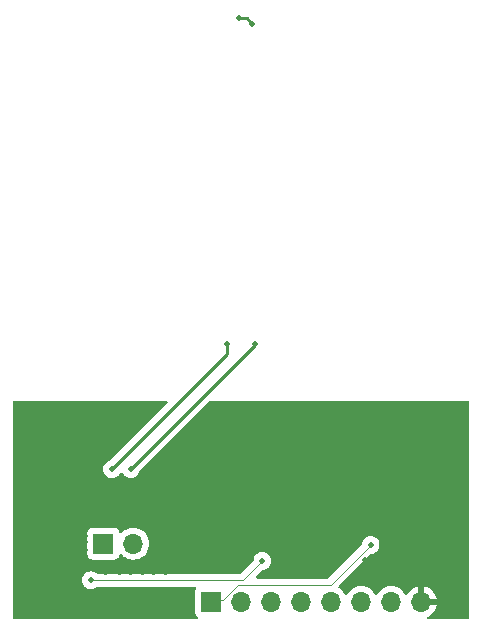
<source format=gbl>
G04 #@! TF.GenerationSoftware,KiCad,Pcbnew,7.0.9*
G04 #@! TF.CreationDate,2024-04-20T19:10:07+02:00*
G04 #@! TF.ProjectId,NFC_Programmer,4e46435f-5072-46f6-9772-616d6d65722e,3.0*
G04 #@! TF.SameCoordinates,Original*
G04 #@! TF.FileFunction,Copper,L2,Bot*
G04 #@! TF.FilePolarity,Positive*
%FSLAX46Y46*%
G04 Gerber Fmt 4.6, Leading zero omitted, Abs format (unit mm)*
G04 Created by KiCad (PCBNEW 7.0.9) date 2024-04-20 19:10:07*
%MOMM*%
%LPD*%
G01*
G04 APERTURE LIST*
G04 #@! TA.AperFunction,ComponentPad*
%ADD10R,1.700000X1.700000*%
G04 #@! TD*
G04 #@! TA.AperFunction,ComponentPad*
%ADD11O,1.700000X1.700000*%
G04 #@! TD*
G04 #@! TA.AperFunction,ViaPad*
%ADD12C,0.360000*%
G04 #@! TD*
G04 #@! TA.AperFunction,ViaPad*
%ADD13C,0.500000*%
G04 #@! TD*
G04 #@! TA.AperFunction,Conductor*
%ADD14C,0.100000*%
G04 #@! TD*
G04 #@! TA.AperFunction,Conductor*
%ADD15C,0.250000*%
G04 #@! TD*
G04 APERTURE END LIST*
D10*
X128530000Y-103060000D03*
D11*
X131070000Y-103060000D03*
D10*
X137670000Y-108010000D03*
D11*
X140210000Y-108010000D03*
X142750000Y-108010000D03*
X145290000Y-108010000D03*
X147830000Y-108010000D03*
X150370000Y-108010000D03*
X152910000Y-108010000D03*
X155450000Y-108010000D03*
D12*
X159130000Y-95860000D03*
X128800000Y-104750000D03*
X157940000Y-91280000D03*
X131870000Y-105550000D03*
X124300000Y-91250000D03*
X125190000Y-98820000D03*
X127340000Y-91240000D03*
X157250000Y-91280000D03*
X129940000Y-105570000D03*
X135120000Y-99770000D03*
X121160000Y-98970000D03*
X122870000Y-109150000D03*
D13*
X134251582Y-95601582D03*
D12*
X126460000Y-94700000D03*
X144350000Y-91290000D03*
X159080000Y-104020000D03*
X155130000Y-94450000D03*
X129220000Y-91250000D03*
X125190000Y-98210000D03*
X130030000Y-109160000D03*
X134590000Y-100240000D03*
X148440000Y-92230000D03*
X150480000Y-99510000D03*
X154370000Y-97580000D03*
X123600000Y-91240000D03*
X133980000Y-97190000D03*
X159130000Y-96470000D03*
X121160000Y-92260000D03*
X152660000Y-97670000D03*
X134570000Y-102480000D03*
X154960000Y-93780000D03*
X125860000Y-109180000D03*
X121170000Y-91560000D03*
X141860000Y-91280000D03*
X121120000Y-108950000D03*
X148700000Y-91290000D03*
X158550000Y-91280000D03*
X125740000Y-97180000D03*
X121130000Y-106460000D03*
X132560000Y-101260000D03*
X137450000Y-95930000D03*
X159120000Y-92860000D03*
X127920000Y-104800000D03*
X143780000Y-91290000D03*
X124910000Y-108130000D03*
X148000000Y-91280000D03*
X121160000Y-92870000D03*
X151917606Y-102411550D03*
X152920000Y-91280000D03*
X147701096Y-92221952D03*
X149280000Y-92220000D03*
X159090000Y-99740000D03*
X139410000Y-91290000D03*
X159090000Y-101530000D03*
X132820000Y-105550000D03*
X131290000Y-109180000D03*
X133790000Y-101240000D03*
X157500000Y-106700000D03*
X151890000Y-97650000D03*
X159130000Y-95290000D03*
X130870000Y-105570000D03*
X132710000Y-102930000D03*
X134570000Y-103250000D03*
X125250000Y-109180000D03*
X127520000Y-92500000D03*
X127740000Y-109160000D03*
X157600000Y-108470000D03*
X159120000Y-98960000D03*
X126610000Y-96460000D03*
X132780000Y-104380000D03*
X158390000Y-109150000D03*
X121130000Y-104670000D03*
X152310000Y-91280000D03*
X126670000Y-92870000D03*
X134560000Y-104720000D03*
X134560000Y-103940000D03*
X126440000Y-93840000D03*
X140680000Y-91280000D03*
X156070000Y-91280000D03*
X150460000Y-100300000D03*
X140020000Y-91290000D03*
X153450000Y-97640000D03*
X134950000Y-98240000D03*
X151364342Y-91970000D03*
X135077887Y-95174346D03*
X155410000Y-91290000D03*
X159080000Y-107150000D03*
X123410000Y-109150000D03*
X159090000Y-105270000D03*
X136980000Y-95110000D03*
X128330000Y-92550000D03*
X150470000Y-98680000D03*
X121160000Y-94050000D03*
X121810000Y-91240000D03*
D13*
X142620000Y-93280000D03*
D12*
X131010000Y-91250000D03*
X121690000Y-109150000D03*
X149880000Y-91290000D03*
X125480000Y-91250000D03*
X128310000Y-109160000D03*
X127050000Y-102380000D03*
X127910000Y-91240000D03*
X157190000Y-105960000D03*
X131820000Y-109180000D03*
X151460000Y-104220000D03*
X124910000Y-107590000D03*
X150530000Y-100960000D03*
X134950000Y-96480000D03*
X136540000Y-95870000D03*
X153540000Y-92730000D03*
X131960000Y-101650000D03*
X121130000Y-105850000D03*
X155130000Y-95290000D03*
X126400000Y-109180000D03*
X131070000Y-104790000D03*
X125760000Y-106200000D03*
X159080000Y-107760000D03*
X124910000Y-106980000D03*
X127050000Y-104100000D03*
X124910000Y-106410000D03*
X133540000Y-91240000D03*
X159090000Y-104660000D03*
X152060000Y-103740000D03*
X128800000Y-105570000D03*
X154790000Y-105970000D03*
X121120000Y-107160000D03*
X132070000Y-104740000D03*
X121120000Y-108340000D03*
X135620000Y-95890000D03*
X132850000Y-91240000D03*
X159130000Y-94680000D03*
X127050000Y-102950000D03*
X121130000Y-100360000D03*
D13*
X136820000Y-101300000D03*
D12*
X152220000Y-103020000D03*
X121120000Y-102240000D03*
X152500000Y-105950000D03*
X121160000Y-93440000D03*
X126970000Y-109180000D03*
X151740000Y-91280000D03*
X125190000Y-99360000D03*
X121130000Y-101540000D03*
X159120000Y-93430000D03*
X159090000Y-100920000D03*
X126670000Y-97160000D03*
X128970000Y-92080000D03*
D13*
X150700000Y-104480000D03*
D12*
X159080000Y-108330000D03*
X129460000Y-109160000D03*
X122420000Y-91240000D03*
X159120000Y-97780000D03*
X126540000Y-105870000D03*
X132760000Y-102070000D03*
X156200000Y-105960000D03*
X121160000Y-98360000D03*
X133530000Y-96280000D03*
X159090000Y-106450000D03*
X121130000Y-105280000D03*
X121120000Y-104030000D03*
X146820000Y-91280000D03*
X129930000Y-104790000D03*
X159130000Y-91550000D03*
X132280000Y-91240000D03*
X135980000Y-101650000D03*
X130400000Y-91250000D03*
X128520000Y-91240000D03*
X125670000Y-100350000D03*
X159080000Y-108940000D03*
X159120000Y-97170000D03*
X133210000Y-96990000D03*
X142470000Y-91280000D03*
X154800000Y-91290000D03*
X147200000Y-91900000D03*
X122990000Y-91240000D03*
X125190000Y-99930000D03*
X145600000Y-91280000D03*
X128920000Y-109160000D03*
X151070000Y-98110000D03*
X149310000Y-91290000D03*
X121130000Y-99750000D03*
X124910000Y-91250000D03*
X152170000Y-91820000D03*
X157820000Y-109150000D03*
X154230000Y-91290000D03*
X151130000Y-91280000D03*
X159090000Y-105840000D03*
X129830000Y-91250000D03*
X146210000Y-91280000D03*
X123980000Y-109150000D03*
X136880000Y-100240000D03*
X134960000Y-99050000D03*
X159090000Y-100350000D03*
X153620000Y-105960000D03*
X131670000Y-91240000D03*
X127100000Y-101690000D03*
X136100000Y-95140000D03*
X151740000Y-105590000D03*
X122260000Y-109150000D03*
X127050000Y-103560000D03*
X126090000Y-91250000D03*
X159120000Y-98350000D03*
X147390000Y-91280000D03*
X121170000Y-95300000D03*
X126130000Y-100790000D03*
X134890000Y-97330000D03*
D13*
X141710000Y-97600000D03*
D12*
X136100000Y-99920000D03*
X121160000Y-97180000D03*
X130670000Y-109180000D03*
X126610000Y-101210000D03*
X121120000Y-107770000D03*
X121170000Y-95870000D03*
X149880000Y-91890000D03*
X144960000Y-91290000D03*
X121120000Y-102850000D03*
X151124464Y-102010199D03*
X159080000Y-102230000D03*
X121120000Y-103420000D03*
X143170000Y-91290000D03*
X124910000Y-108700000D03*
X159120000Y-94040000D03*
X134250000Y-100770000D03*
X121130000Y-100930000D03*
X153420000Y-92190000D03*
X155210000Y-96260000D03*
D13*
X137990000Y-95230000D03*
D12*
X121170000Y-96480000D03*
X157580000Y-107690000D03*
X150570000Y-101750000D03*
X156680000Y-91280000D03*
X125190000Y-97640000D03*
X135060000Y-101740000D03*
X126700000Y-105300000D03*
X159080000Y-102840000D03*
X154390000Y-93370000D03*
X153620000Y-91290000D03*
X159120000Y-92250000D03*
X151310000Y-105140000D03*
D13*
X125870000Y-95560000D03*
D12*
X121160000Y-97790000D03*
X121170000Y-94690000D03*
X127050000Y-104670000D03*
X155050000Y-97220000D03*
X128250000Y-105320000D03*
X124680000Y-109180000D03*
X159080000Y-103410000D03*
X141290000Y-91280000D03*
X153610000Y-93260000D03*
X133840000Y-105540000D03*
X133130000Y-101260000D03*
X152870000Y-91870000D03*
X150690000Y-91810000D03*
X132400000Y-109200000D03*
X150490000Y-91290000D03*
X126730000Y-91240000D03*
X132730000Y-103630000D03*
D13*
X151160000Y-103180000D03*
X142000000Y-104530000D03*
X127480000Y-106160000D03*
X139030000Y-86150000D03*
X141370000Y-86140000D03*
X140010000Y-58550000D03*
X130850000Y-96740000D03*
X141150000Y-59040000D03*
X129280000Y-96770000D03*
D14*
X151160000Y-103180000D02*
X147770000Y-106570000D01*
X139930000Y-106570000D02*
X138690000Y-107810000D01*
X147770000Y-106570000D02*
X139930000Y-106570000D01*
X138690000Y-107810000D02*
X137670000Y-107810000D01*
X127480000Y-106160000D02*
X140370000Y-106160000D01*
X140370000Y-106160000D02*
X142000000Y-104530000D01*
D15*
X141370000Y-86140000D02*
X141370000Y-86220000D01*
X139030000Y-86150000D02*
X139030000Y-86970941D01*
X141370000Y-86220000D02*
X130850000Y-96740000D01*
X140660000Y-58550000D02*
X141150000Y-59040000D01*
X139030000Y-86970941D02*
X129280000Y-96720941D01*
X140010000Y-58550000D02*
X140660000Y-58550000D01*
X129280000Y-96720941D02*
X129280000Y-96770000D01*
G04 #@! TA.AperFunction,Conductor*
G36*
X133924027Y-90979685D02*
G01*
X133969782Y-91032489D01*
X133979726Y-91101647D01*
X133950701Y-91165203D01*
X133944669Y-91171681D01*
X129086915Y-96029433D01*
X129040190Y-96058793D01*
X128952308Y-96089544D01*
X128952300Y-96089548D01*
X128809115Y-96179518D01*
X128809109Y-96179523D01*
X128689523Y-96299109D01*
X128689518Y-96299115D01*
X128599547Y-96442302D01*
X128599545Y-96442305D01*
X128543685Y-96601943D01*
X128524751Y-96769997D01*
X128524751Y-96770002D01*
X128543685Y-96938056D01*
X128599545Y-97097694D01*
X128599547Y-97097697D01*
X128689518Y-97240884D01*
X128689523Y-97240890D01*
X128809109Y-97360476D01*
X128809115Y-97360481D01*
X128952302Y-97450452D01*
X128952305Y-97450454D01*
X128952309Y-97450455D01*
X128952310Y-97450456D01*
X129024913Y-97475860D01*
X129111943Y-97506314D01*
X129279997Y-97525249D01*
X129280000Y-97525249D01*
X129280003Y-97525249D01*
X129448056Y-97506314D01*
X129479678Y-97495249D01*
X129607690Y-97450456D01*
X129607692Y-97450454D01*
X129607694Y-97450454D01*
X129607697Y-97450452D01*
X129750884Y-97360481D01*
X129750885Y-97360480D01*
X129750890Y-97360477D01*
X129870477Y-97240890D01*
X129870481Y-97240884D01*
X129960449Y-97097702D01*
X129960450Y-97097698D01*
X129960456Y-97097690D01*
X129960459Y-97097680D01*
X129962005Y-97094472D01*
X129963565Y-97092743D01*
X129964162Y-97091794D01*
X129964328Y-97091898D01*
X130008826Y-97042611D01*
X130076252Y-97024295D01*
X130142877Y-97045340D01*
X130178721Y-97082296D01*
X130259521Y-97210888D01*
X130379109Y-97330476D01*
X130379115Y-97330481D01*
X130522302Y-97420452D01*
X130522305Y-97420454D01*
X130522309Y-97420455D01*
X130522310Y-97420456D01*
X130594913Y-97445860D01*
X130681943Y-97476314D01*
X130849997Y-97495249D01*
X130850000Y-97495249D01*
X130850003Y-97495249D01*
X131018056Y-97476314D01*
X131091954Y-97450456D01*
X131177690Y-97420456D01*
X131177692Y-97420454D01*
X131177694Y-97420454D01*
X131177697Y-97420452D01*
X131320884Y-97330481D01*
X131320885Y-97330480D01*
X131320890Y-97330477D01*
X131440477Y-97210890D01*
X131511598Y-97097702D01*
X131530452Y-97067697D01*
X131530455Y-97067692D01*
X131530456Y-97067690D01*
X131586313Y-96908059D01*
X131586313Y-96908054D01*
X131587613Y-96904341D01*
X131616972Y-96857616D01*
X137478271Y-90996319D01*
X137539594Y-90962834D01*
X137565952Y-90960000D01*
X159410500Y-90960000D01*
X159477539Y-90979685D01*
X159523294Y-91032489D01*
X159534500Y-91084000D01*
X159534500Y-109350500D01*
X159514815Y-109417539D01*
X159462011Y-109463294D01*
X159410500Y-109474500D01*
X156063069Y-109474500D01*
X155996030Y-109454815D01*
X155950275Y-109402011D01*
X155940331Y-109332853D01*
X155969356Y-109269297D01*
X156010664Y-109238118D01*
X156127578Y-109183600D01*
X156321082Y-109048105D01*
X156488105Y-108881082D01*
X156623600Y-108687578D01*
X156723429Y-108473492D01*
X156723432Y-108473486D01*
X156780636Y-108260000D01*
X155883686Y-108260000D01*
X155909493Y-108219844D01*
X155950000Y-108081889D01*
X155950000Y-107938111D01*
X155909493Y-107800156D01*
X155883686Y-107760000D01*
X156780636Y-107760000D01*
X156780635Y-107759999D01*
X156723432Y-107546513D01*
X156723429Y-107546507D01*
X156623600Y-107332422D01*
X156623599Y-107332420D01*
X156488113Y-107138926D01*
X156488108Y-107138920D01*
X156321082Y-106971894D01*
X156127578Y-106836399D01*
X155913492Y-106736570D01*
X155913486Y-106736567D01*
X155700000Y-106679364D01*
X155700000Y-107574498D01*
X155592315Y-107525320D01*
X155485763Y-107510000D01*
X155414237Y-107510000D01*
X155307685Y-107525320D01*
X155200000Y-107574498D01*
X155200000Y-106679364D01*
X155199999Y-106679364D01*
X154986513Y-106736567D01*
X154986507Y-106736570D01*
X154772422Y-106836399D01*
X154772420Y-106836400D01*
X154578926Y-106971886D01*
X154578920Y-106971891D01*
X154411891Y-107138920D01*
X154411890Y-107138922D01*
X154281880Y-107324595D01*
X154227303Y-107368219D01*
X154157804Y-107375412D01*
X154095450Y-107343890D01*
X154078730Y-107324594D01*
X153948494Y-107138597D01*
X153781402Y-106971506D01*
X153781395Y-106971501D01*
X153587834Y-106835967D01*
X153587830Y-106835965D01*
X153566829Y-106826172D01*
X153373663Y-106736097D01*
X153373659Y-106736096D01*
X153373655Y-106736094D01*
X153145413Y-106674938D01*
X153145403Y-106674936D01*
X152910001Y-106654341D01*
X152909999Y-106654341D01*
X152674596Y-106674936D01*
X152674586Y-106674938D01*
X152446344Y-106736094D01*
X152446335Y-106736098D01*
X152232171Y-106835964D01*
X152232169Y-106835965D01*
X152038597Y-106971505D01*
X151871505Y-107138597D01*
X151741575Y-107324158D01*
X151686998Y-107367783D01*
X151617500Y-107374977D01*
X151555145Y-107343454D01*
X151538425Y-107324158D01*
X151408494Y-107138597D01*
X151241402Y-106971506D01*
X151241395Y-106971501D01*
X151047834Y-106835967D01*
X151047830Y-106835965D01*
X151026829Y-106826172D01*
X150833663Y-106736097D01*
X150833659Y-106736096D01*
X150833655Y-106736094D01*
X150605413Y-106674938D01*
X150605403Y-106674936D01*
X150370001Y-106654341D01*
X150369999Y-106654341D01*
X150134596Y-106674936D01*
X150134586Y-106674938D01*
X149906344Y-106736094D01*
X149906335Y-106736098D01*
X149692171Y-106835964D01*
X149692169Y-106835965D01*
X149498597Y-106971505D01*
X149331505Y-107138597D01*
X149201575Y-107324158D01*
X149146998Y-107367783D01*
X149077500Y-107374977D01*
X149015145Y-107343454D01*
X148998425Y-107324158D01*
X148868494Y-107138597D01*
X148701402Y-106971506D01*
X148701395Y-106971501D01*
X148507831Y-106835965D01*
X148504957Y-106834306D01*
X148503944Y-106833244D01*
X148503396Y-106832860D01*
X148503473Y-106832749D01*
X148456744Y-106783736D01*
X148443525Y-106715128D01*
X148469497Y-106650265D01*
X148479274Y-106639249D01*
X151155551Y-103962972D01*
X151216872Y-103929489D01*
X151229347Y-103927435D01*
X151328054Y-103916314D01*
X151328057Y-103916313D01*
X151328059Y-103916313D01*
X151487690Y-103860456D01*
X151487692Y-103860454D01*
X151487694Y-103860454D01*
X151487697Y-103860452D01*
X151630884Y-103770481D01*
X151630885Y-103770480D01*
X151630890Y-103770477D01*
X151750477Y-103650890D01*
X151830419Y-103523664D01*
X151840452Y-103507697D01*
X151840454Y-103507694D01*
X151840454Y-103507692D01*
X151840456Y-103507690D01*
X151896313Y-103348059D01*
X151896313Y-103348058D01*
X151896314Y-103348056D01*
X151915249Y-103180002D01*
X151915249Y-103179997D01*
X151896314Y-103011943D01*
X151840454Y-102852305D01*
X151840452Y-102852302D01*
X151750481Y-102709115D01*
X151750476Y-102709109D01*
X151630890Y-102589523D01*
X151630884Y-102589518D01*
X151487697Y-102499547D01*
X151487694Y-102499545D01*
X151328056Y-102443685D01*
X151160003Y-102424751D01*
X151159997Y-102424751D01*
X150991943Y-102443685D01*
X150832305Y-102499545D01*
X150832302Y-102499547D01*
X150689115Y-102589518D01*
X150689109Y-102589523D01*
X150569523Y-102709109D01*
X150569518Y-102709115D01*
X150479547Y-102852302D01*
X150479544Y-102852307D01*
X150423685Y-103011946D01*
X150412564Y-103110651D01*
X150385497Y-103175065D01*
X150377025Y-103184448D01*
X147578294Y-105983181D01*
X147516971Y-106016666D01*
X147490613Y-106019500D01*
X141588386Y-106019500D01*
X141521347Y-105999815D01*
X141475592Y-105947011D01*
X141465648Y-105877853D01*
X141494673Y-105814297D01*
X141500705Y-105807819D01*
X141619415Y-105689109D01*
X141995550Y-105312972D01*
X142056871Y-105279489D01*
X142069347Y-105277435D01*
X142168055Y-105266314D01*
X142168057Y-105266313D01*
X142168059Y-105266313D01*
X142327690Y-105210456D01*
X142327693Y-105210453D01*
X142327697Y-105210452D01*
X142470884Y-105120481D01*
X142470885Y-105120480D01*
X142470890Y-105120477D01*
X142590477Y-105000890D01*
X142680452Y-104857697D01*
X142680454Y-104857694D01*
X142680454Y-104857692D01*
X142680456Y-104857690D01*
X142736313Y-104698059D01*
X142736313Y-104698058D01*
X142736314Y-104698056D01*
X142755249Y-104530002D01*
X142755249Y-104529997D01*
X142736314Y-104361943D01*
X142680454Y-104202305D01*
X142680452Y-104202302D01*
X142590481Y-104059115D01*
X142590476Y-104059109D01*
X142470890Y-103939523D01*
X142470884Y-103939518D01*
X142327697Y-103849547D01*
X142327694Y-103849545D01*
X142168056Y-103793685D01*
X142000003Y-103774751D01*
X141999997Y-103774751D01*
X141831943Y-103793685D01*
X141672305Y-103849545D01*
X141672302Y-103849547D01*
X141529115Y-103939518D01*
X141529109Y-103939523D01*
X141409523Y-104059109D01*
X141409518Y-104059115D01*
X141319547Y-104202302D01*
X141319544Y-104202307D01*
X141263685Y-104361946D01*
X141252564Y-104460652D01*
X141225497Y-104525066D01*
X141217025Y-104534449D01*
X140178294Y-105573181D01*
X140116971Y-105606666D01*
X140090613Y-105609500D01*
X128042229Y-105609500D01*
X127975190Y-105589815D01*
X127954548Y-105573181D01*
X127950890Y-105569523D01*
X127950884Y-105569518D01*
X127807697Y-105479547D01*
X127807694Y-105479545D01*
X127648056Y-105423685D01*
X127480003Y-105404751D01*
X127479997Y-105404751D01*
X127311943Y-105423685D01*
X127152305Y-105479545D01*
X127152302Y-105479547D01*
X127009115Y-105569518D01*
X127009109Y-105569523D01*
X126889523Y-105689109D01*
X126889518Y-105689115D01*
X126799547Y-105832302D01*
X126799545Y-105832305D01*
X126743685Y-105991943D01*
X126724751Y-106159997D01*
X126724751Y-106160002D01*
X126743685Y-106328056D01*
X126799545Y-106487694D01*
X126799547Y-106487697D01*
X126889518Y-106630884D01*
X126889523Y-106630890D01*
X127009109Y-106750476D01*
X127009115Y-106750481D01*
X127152302Y-106840452D01*
X127152305Y-106840454D01*
X127152309Y-106840455D01*
X127152310Y-106840456D01*
X127224913Y-106865860D01*
X127311943Y-106896314D01*
X127479997Y-106915249D01*
X127480000Y-106915249D01*
X127480003Y-106915249D01*
X127648056Y-106896314D01*
X127648059Y-106896313D01*
X127807690Y-106840456D01*
X127807692Y-106840454D01*
X127807694Y-106840454D01*
X127807697Y-106840452D01*
X127950884Y-106750481D01*
X127950885Y-106750480D01*
X127950890Y-106750477D01*
X127954548Y-106746819D01*
X128015871Y-106713334D01*
X128042229Y-106710500D01*
X136283568Y-106710500D01*
X136350607Y-106730185D01*
X136396362Y-106782989D01*
X136406306Y-106852147D01*
X136382835Y-106908810D01*
X136376206Y-106917665D01*
X136376202Y-106917671D01*
X136325908Y-107052517D01*
X136319501Y-107112116D01*
X136319500Y-107112135D01*
X136319500Y-108907870D01*
X136319501Y-108907876D01*
X136325908Y-108967483D01*
X136376202Y-109102328D01*
X136376206Y-109102335D01*
X136437042Y-109183600D01*
X136462454Y-109217546D01*
X136507456Y-109251234D01*
X136549326Y-109307167D01*
X136554310Y-109376859D01*
X136520825Y-109438182D01*
X136459501Y-109471666D01*
X136433144Y-109474500D01*
X121009500Y-109474500D01*
X120942461Y-109454815D01*
X120896706Y-109402011D01*
X120885500Y-109350500D01*
X120885500Y-103957870D01*
X127179500Y-103957870D01*
X127179501Y-103957876D01*
X127185908Y-104017483D01*
X127236202Y-104152328D01*
X127236206Y-104152335D01*
X127322452Y-104267544D01*
X127322455Y-104267547D01*
X127437664Y-104353793D01*
X127437671Y-104353797D01*
X127572517Y-104404091D01*
X127572516Y-104404091D01*
X127579444Y-104404835D01*
X127632127Y-104410500D01*
X129427872Y-104410499D01*
X129487483Y-104404091D01*
X129622331Y-104353796D01*
X129737546Y-104267546D01*
X129823796Y-104152331D01*
X129872810Y-104020916D01*
X129914681Y-103964984D01*
X129980145Y-103940566D01*
X130048418Y-103955417D01*
X130076673Y-103976569D01*
X130198599Y-104098495D01*
X130295384Y-104166265D01*
X130392165Y-104234032D01*
X130392167Y-104234033D01*
X130392170Y-104234035D01*
X130606337Y-104333903D01*
X130834592Y-104395063D01*
X131011034Y-104410500D01*
X131069999Y-104415659D01*
X131070000Y-104415659D01*
X131070001Y-104415659D01*
X131128966Y-104410500D01*
X131305408Y-104395063D01*
X131533663Y-104333903D01*
X131747830Y-104234035D01*
X131941401Y-104098495D01*
X132108495Y-103931401D01*
X132244035Y-103737830D01*
X132343903Y-103523663D01*
X132405063Y-103295408D01*
X132425659Y-103060000D01*
X132405063Y-102824592D01*
X132343903Y-102596337D01*
X132244035Y-102382171D01*
X132108495Y-102188599D01*
X132108494Y-102188597D01*
X131941402Y-102021506D01*
X131941395Y-102021501D01*
X131747834Y-101885967D01*
X131747830Y-101885965D01*
X131747828Y-101885964D01*
X131533663Y-101786097D01*
X131533659Y-101786096D01*
X131533655Y-101786094D01*
X131305413Y-101724938D01*
X131305403Y-101724936D01*
X131070001Y-101704341D01*
X131069999Y-101704341D01*
X130834596Y-101724936D01*
X130834586Y-101724938D01*
X130606344Y-101786094D01*
X130606335Y-101786098D01*
X130392171Y-101885964D01*
X130392169Y-101885965D01*
X130198600Y-102021503D01*
X130076673Y-102143430D01*
X130015350Y-102176914D01*
X129945658Y-102171930D01*
X129889725Y-102130058D01*
X129872810Y-102099081D01*
X129823797Y-101967671D01*
X129823793Y-101967664D01*
X129737547Y-101852455D01*
X129737544Y-101852452D01*
X129622335Y-101766206D01*
X129622328Y-101766202D01*
X129487482Y-101715908D01*
X129487483Y-101715908D01*
X129427883Y-101709501D01*
X129427881Y-101709500D01*
X129427873Y-101709500D01*
X129427864Y-101709500D01*
X127632129Y-101709500D01*
X127632123Y-101709501D01*
X127572516Y-101715908D01*
X127437671Y-101766202D01*
X127437664Y-101766206D01*
X127322455Y-101852452D01*
X127322452Y-101852455D01*
X127236206Y-101967664D01*
X127236202Y-101967671D01*
X127185908Y-102102517D01*
X127179501Y-102162116D01*
X127179500Y-102162135D01*
X127179500Y-103957870D01*
X120885500Y-103957870D01*
X120885500Y-91084000D01*
X120905185Y-91016961D01*
X120957989Y-90971206D01*
X121009500Y-90960000D01*
X133856988Y-90960000D01*
X133924027Y-90979685D01*
G37*
G04 #@! TD.AperFunction*
M02*

</source>
